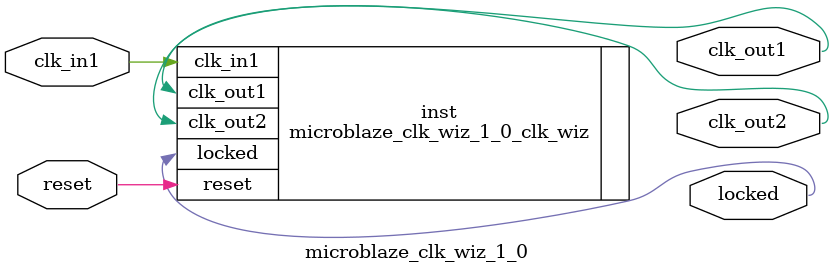
<source format=v>


`timescale 1ps/1ps

(* CORE_GENERATION_INFO = "microblaze_clk_wiz_1_0,clk_wiz_v6_0_16_0_0,{component_name=microblaze_clk_wiz_1_0,use_phase_alignment=true,use_min_o_jitter=false,use_max_i_jitter=false,use_dyn_phase_shift=false,use_inclk_switchover=false,use_dyn_reconfig=false,enable_axi=0,feedback_source=FDBK_AUTO,PRIMITIVE=MMCM,num_out_clk=2,clkin1_period=10.000,clkin2_period=10.000,use_power_down=false,use_reset=true,use_locked=true,use_inclk_stopped=false,feedback_type=SINGLE,CLOCK_MGR_TYPE=NA,manual_override=false}" *)

module microblaze_clk_wiz_1_0 
 (
  // Clock out ports
  output        clk_out1,
  output        clk_out2,
  // Status and control signals
  input         reset,
  output        locked,
 // Clock in ports
  input         clk_in1
 );

  microblaze_clk_wiz_1_0_clk_wiz inst
  (
  // Clock out ports  
  .clk_out1(clk_out1),
  .clk_out2(clk_out2),
  // Status and control signals               
  .reset(reset), 
  .locked(locked),
 // Clock in ports
  .clk_in1(clk_in1)
  );

endmodule

</source>
